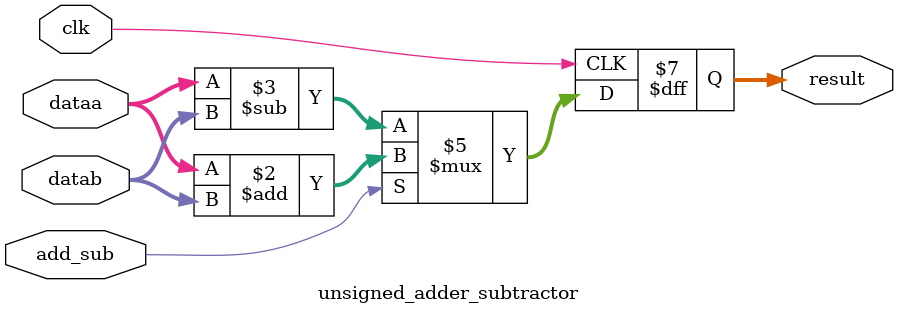
<source format=v>

module unsigned_adder_subtractor
#(parameter WIDTH=16)
(
	input [WIDTH-1:0] dataa,
	input [WIDTH-1:0] datab,
	input add_sub,	  // if this is 1, add; else subtract
	input clk,
	output reg [WIDTH:0] result
);

	always @ (posedge clk)
	begin
		if (add_sub)
			result <= dataa + datab;
		else
			result <= dataa - datab;
	end

endmodule

</source>
